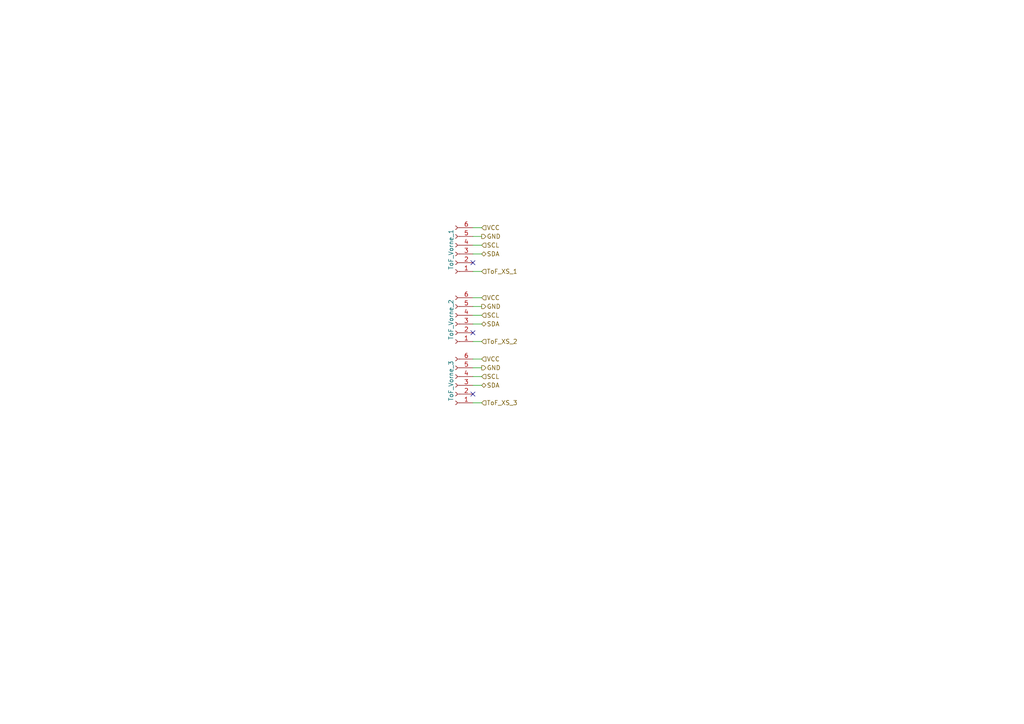
<source format=kicad_sch>
(kicad_sch (version 20250114) (generator "eeschema") (generator_version "9.0")
  (paper "A4")
  (lib_symbols
    (symbol "Connector:Conn_01x06_Socket" (pin_names (offset 1.016) (hide yes))
      (property "Reference" "J" (at 0 7.62 0))
      (property "Value" "Conn_01x06_Socket" (at 0 -10.16 0))
      (symbol "Conn_01x06_Socket_1_1"
        (polyline (pts (xy -1.27 5.08) (xy -0.508 5.08)) (stroke (width 0.1524)))
        (polyline (pts (xy -1.27 2.54) (xy -0.508 2.54)) (stroke (width 0.1524)))
        (polyline (pts (xy -1.27 0) (xy -0.508 0)) (stroke (width 0.1524)))
        (polyline (pts (xy -1.27 -2.54) (xy -0.508 -2.54)) (stroke (width 0.1524)))
        (polyline (pts (xy -1.27 -5.08) (xy -0.508 -5.08)) (stroke (width 0.1524)))
        (polyline (pts (xy -1.27 -7.62) (xy -0.508 -7.62)) (stroke (width 0.1524)))
        (arc (start 0 4.572) (mid -0.5058 5.08) (end 0 5.588) (stroke (width 0.1524)))
        (arc (start 0 2.032) (mid -0.5058 2.54) (end 0 3.048) (stroke (width 0.1524)))
        (arc (start 0 -0.508) (mid -0.5058 0) (end 0 0.508) (stroke (width 0.1524)))
        (arc (start 0 -3.048) (mid -0.5058 -2.54) (end 0 -2.032) (stroke (width 0.1524)))
        (arc (start 0 -5.588) (mid -0.5058 -5.08) (end 0 -4.572) (stroke (width 0.1524)))
        (arc (start 0 -8.128) (mid -0.5058 -7.62) (end 0 -7.112) (stroke (width 0.1524)))
        (pin passive line (at -5.08 5.08 0) (length 3.81) (name "Pin_1") (number "1"))
        (pin passive line (at -5.08 2.54 0) (length 3.81) (name "Pin_2") (number "2"))
        (pin passive line (at -5.08 0 0) (length 3.81) (name "Pin_3") (number "3"))
        (pin passive line (at -5.08 -2.54 0) (length 3.81) (name "Pin_4") (number "4"))
        (pin passive line (at -5.08 -5.08 0) (length 3.81) (name "Pin_5") (number "5"))
        (pin passive line (at -5.08 -7.62 0) (length 3.81) (name "Pin_6") (number "6"))
      )
    )
  )
  (no_connect (at 137.16 114.3))
  (no_connect (at 137.16 96.52))
  (no_connect (at 137.16 76.2))
  (wire (pts (xy 139.7 99.06) (xy 137.16 99.06)))
  (wire (pts (xy 139.7 91.44) (xy 137.16 91.44)))
  (wire (pts (xy 139.7 66.04) (xy 137.16 66.04)))
  (wire (pts (xy 139.7 73.66) (xy 137.16 73.66)))
  (wire (pts (xy 139.7 93.98) (xy 137.16 93.98)))
  (wire (pts (xy 139.7 78.74) (xy 137.16 78.74)))
  (wire (pts (xy 139.7 111.76) (xy 137.16 111.76)))
  (wire (pts (xy 139.7 109.22) (xy 137.16 109.22)))
  (wire (pts (xy 139.7 106.68) (xy 137.16 106.68)))
  (wire (pts (xy 139.7 86.36) (xy 137.16 86.36)))
  (wire (pts (xy 139.7 88.9) (xy 137.16 88.9)))
  (wire (pts (xy 139.7 71.12) (xy 137.16 71.12)))
  (wire (pts (xy 139.7 116.84) (xy 137.16 116.84)))
  (wire (pts (xy 139.7 68.58) (xy 137.16 68.58)))
  (wire (pts (xy 139.7 104.14) (xy 137.16 104.14)))
  (hierarchical_label "ToF_XS_3" (shape input) (at 139.7 116.84 0))
  (hierarchical_label "SDA" (shape bidirectional) (at 139.7 111.76 0))
  (hierarchical_label "ToF_XS_1" (shape input) (at 139.7 78.74 0))
  (hierarchical_label "ToF_XS_2" (shape input) (at 139.7 99.06 0))
  (hierarchical_label "VCC" (shape input) (at 139.7 66.04 0))
  (hierarchical_label "GND" (shape output) (at 139.7 88.9 0))
  (hierarchical_label "SDA" (shape bidirectional) (at 139.7 93.98 0))
  (hierarchical_label "VCC" (shape input) (at 139.7 104.14 0))
  (hierarchical_label "SCL" (shape input) (at 139.7 71.12 0))
  (hierarchical_label "SCL" (shape input) (at 139.7 109.22 0))
  (hierarchical_label "GND" (shape output) (at 139.7 68.58 0))
  (hierarchical_label "VCC" (shape input) (at 139.7 86.36 0))
  (hierarchical_label "GND" (shape output) (at 139.7 106.68 0))
  (hierarchical_label "SCL" (shape input) (at 139.7 91.44 0))
  (hierarchical_label "SDA" (shape bidirectional) (at 139.7 73.66 0))
  (symbol (lib_id "Connector:Conn_01x06_Socket") (at 132.08 111.76 180) (unit 1)
    (property "Reference" "ToF_Vorne_3" (at 130.81 110.49 90))
    (property "Value" "Conn_01x06_Socket" (effects (hide yes)))
    (property "Footprint" "Connector_PinSocket_2.54mm:PinSocket_1x06_P2.54mm_Horizontal" (effects (hide yes)))
    (property "Description" "Generic connector, single row, 01x06, script generated" (effects (hide yes)))
  )
  (symbol (lib_id "Connector:Conn_01x06_Socket") (at 132.08 73.66 180) (unit 1)
    (property "Reference" "ToF_Vorne_1" (at 130.81 72.39 90))
    (property "Value" "Conn_01x06_Socket" (effects (hide yes)))
    (property "Footprint" "Connector_PinSocket_2.54mm:PinSocket_1x06_P2.54mm_Horizontal" (effects (hide yes)))
    (property "Description" "Generic connector, single row, 01x06, script generated" (effects (hide yes)))
  )
  (symbol (lib_id "Connector:Conn_01x06_Socket") (at 132.08 93.98 180) (unit 1)
    (property "Reference" "ToF_Vorne_2" (at 130.81 92.71 90))
    (property "Value" "Conn_01x06_Socket" (effects (hide yes)))
    (property "Footprint" "Connector_PinSocket_2.54mm:PinSocket_1x06_P2.54mm_Horizontal" (effects (hide yes)))
    (property "Description" "Generic connector, single row, 01x06, script generated" (effects (hide yes)))
  )
)
</source>
